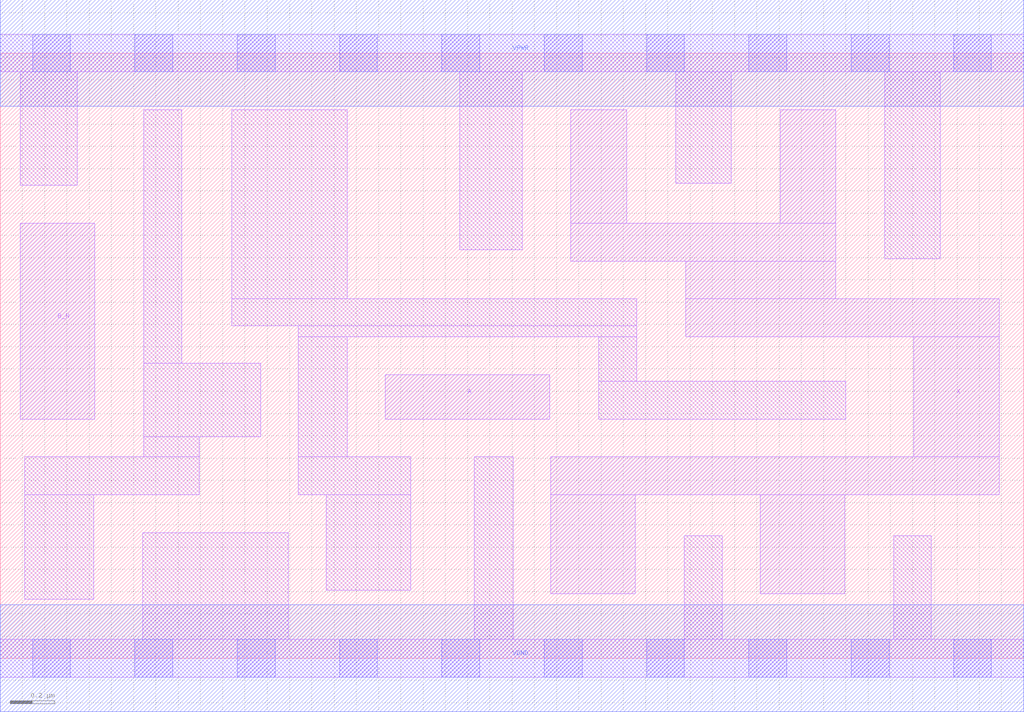
<source format=lef>
# Copyright 2020 The SkyWater PDK Authors
#
# Licensed under the Apache License, Version 2.0 (the "License");
# you may not use this file except in compliance with the License.
# You may obtain a copy of the License at
#
#     https://www.apache.org/licenses/LICENSE-2.0
#
# Unless required by applicable law or agreed to in writing, software
# distributed under the License is distributed on an "AS IS" BASIS,
# WITHOUT WARRANTIES OR CONDITIONS OF ANY KIND, either express or implied.
# See the License for the specific language governing permissions and
# limitations under the License.
#
# SPDX-License-Identifier: Apache-2.0

VERSION 5.7 ;
BUSBITCHARS "[]" ;
DIVIDERCHAR "/" ;
PROPERTYDEFINITIONS
  MACRO maskLayoutSubType STRING ;
  MACRO prCellType STRING ;
  MACRO originalViewName STRING ;
END PROPERTYDEFINITIONS
MACRO sky130_fd_sc_hdll__or2b_4
  ORIGIN  0.000000  0.000000 ;
  CLASS CORE ;
  SYMMETRY X Y R90 ;
  SIZE  4.600000 BY  2.720000 ;
  SITE unithd ;
  PIN A
    ANTENNAGATEAREA  0.277500 ;
    DIRECTION INPUT ;
    USE SIGNAL ;
    PORT
      LAYER li1 ;
        RECT 1.730000 1.075000 2.470000 1.275000 ;
    END
  END A
  PIN B_N
    ANTENNAGATEAREA  0.138600 ;
    DIRECTION INPUT ;
    USE SIGNAL ;
    PORT
      LAYER li1 ;
        RECT 0.090000 1.075000 0.425000 1.955000 ;
    END
  END B_N
  PIN VGND
    DIRECTION INOUT ;
    USE SIGNAL ;
    PORT
      LAYER met1 ;
        RECT 0.000000 -0.240000 4.600000 0.240000 ;
    END
  END VGND
  PIN VPWR
    DIRECTION INOUT ;
    USE SIGNAL ;
    PORT
      LAYER met1 ;
        RECT 0.000000 2.480000 4.600000 2.960000 ;
    END
  END VPWR
  PIN X
    ANTENNADIFFAREA  1.028500 ;
    DIRECTION OUTPUT ;
    USE SIGNAL ;
    PORT
      LAYER li1 ;
        RECT 2.475000 0.290000 2.855000 0.735000 ;
        RECT 2.475000 0.735000 4.490000 0.905000 ;
        RECT 2.565000 1.785000 3.755000 1.955000 ;
        RECT 2.565000 1.955000 2.815000 2.465000 ;
        RECT 3.080000 1.445000 4.490000 1.615000 ;
        RECT 3.080000 1.615000 3.755000 1.785000 ;
        RECT 3.415000 0.290000 3.795000 0.735000 ;
        RECT 3.505000 1.955000 3.755000 2.465000 ;
        RECT 4.105000 0.905000 4.490000 1.445000 ;
    END
  END X
  OBS
    LAYER li1 ;
      RECT 0.000000 -0.085000 4.600000 0.085000 ;
      RECT 0.000000  2.635000 4.600000 2.805000 ;
      RECT 0.090000  2.125000 0.345000 2.635000 ;
      RECT 0.110000  0.265000 0.420000 0.735000 ;
      RECT 0.110000  0.735000 0.895000 0.905000 ;
      RECT 0.640000  0.085000 1.295000 0.565000 ;
      RECT 0.645000  0.905000 0.895000 0.995000 ;
      RECT 0.645000  0.995000 1.170000 1.325000 ;
      RECT 0.645000  1.325000 0.815000 2.465000 ;
      RECT 1.040000  1.495000 2.860000 1.615000 ;
      RECT 1.040000  1.615000 1.560000 2.465000 ;
      RECT 1.340000  0.735000 1.845000 0.905000 ;
      RECT 1.340000  0.905000 1.560000 1.445000 ;
      RECT 1.340000  1.445000 2.860000 1.495000 ;
      RECT 1.465000  0.305000 1.845000 0.735000 ;
      RECT 2.065000  1.835000 2.345000 2.635000 ;
      RECT 2.130000  0.085000 2.305000 0.905000 ;
      RECT 2.690000  1.075000 3.800000 1.245000 ;
      RECT 2.690000  1.245000 2.860000 1.445000 ;
      RECT 3.035000  2.135000 3.285000 2.635000 ;
      RECT 3.075000  0.085000 3.245000 0.550000 ;
      RECT 3.975000  1.795000 4.225000 2.635000 ;
      RECT 4.015000  0.085000 4.185000 0.550000 ;
    LAYER mcon ;
      RECT 0.145000 -0.085000 0.315000 0.085000 ;
      RECT 0.145000  2.635000 0.315000 2.805000 ;
      RECT 0.605000 -0.085000 0.775000 0.085000 ;
      RECT 0.605000  2.635000 0.775000 2.805000 ;
      RECT 1.065000 -0.085000 1.235000 0.085000 ;
      RECT 1.065000  2.635000 1.235000 2.805000 ;
      RECT 1.525000 -0.085000 1.695000 0.085000 ;
      RECT 1.525000  2.635000 1.695000 2.805000 ;
      RECT 1.985000 -0.085000 2.155000 0.085000 ;
      RECT 1.985000  2.635000 2.155000 2.805000 ;
      RECT 2.445000 -0.085000 2.615000 0.085000 ;
      RECT 2.445000  2.635000 2.615000 2.805000 ;
      RECT 2.905000 -0.085000 3.075000 0.085000 ;
      RECT 2.905000  2.635000 3.075000 2.805000 ;
      RECT 3.365000 -0.085000 3.535000 0.085000 ;
      RECT 3.365000  2.635000 3.535000 2.805000 ;
      RECT 3.825000 -0.085000 3.995000 0.085000 ;
      RECT 3.825000  2.635000 3.995000 2.805000 ;
      RECT 4.285000 -0.085000 4.455000 0.085000 ;
      RECT 4.285000  2.635000 4.455000 2.805000 ;
  END
  PROPERTY maskLayoutSubType "abstract" ;
  PROPERTY prCellType "standard" ;
  PROPERTY originalViewName "layout" ;
END sky130_fd_sc_hdll__or2b_4

</source>
